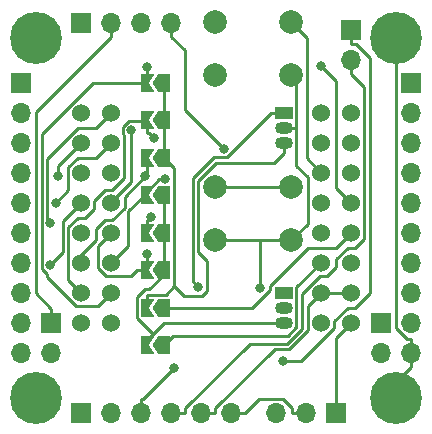
<source format=gbr>
%TF.GenerationSoftware,KiCad,Pcbnew,(6.0.7)*%
%TF.CreationDate,2022-09-26T10:55:09-05:00*%
%TF.ProjectId,OpenMuscle5,4f70656e-4d75-4736-936c-65352e6b6963,rev?*%
%TF.SameCoordinates,Original*%
%TF.FileFunction,Copper,L2,Bot*%
%TF.FilePolarity,Positive*%
%FSLAX46Y46*%
G04 Gerber Fmt 4.6, Leading zero omitted, Abs format (unit mm)*
G04 Created by KiCad (PCBNEW (6.0.7)) date 2022-09-26 10:55:09*
%MOMM*%
%LPD*%
G01*
G04 APERTURE LIST*
G04 Aperture macros list*
%AMFreePoly0*
4,1,6,1.000000,0.000000,0.500000,-0.750000,-0.500000,-0.750000,-0.500000,0.750000,0.500000,0.750000,1.000000,0.000000,1.000000,0.000000,$1*%
%AMFreePoly1*
4,1,6,0.500000,-0.750000,-0.650000,-0.750000,-0.150000,0.000000,-0.650000,0.750000,0.500000,0.750000,0.500000,-0.750000,0.500000,-0.750000,$1*%
G04 Aperture macros list end*
%TA.AperFunction,ComponentPad*%
%ADD10R,1.700000X1.700000*%
%TD*%
%TA.AperFunction,ComponentPad*%
%ADD11O,1.700000X1.700000*%
%TD*%
%TA.AperFunction,ComponentPad*%
%ADD12C,1.524000*%
%TD*%
%TA.AperFunction,ComponentPad*%
%ADD13C,2.000000*%
%TD*%
%TA.AperFunction,ComponentPad*%
%ADD14C,4.400000*%
%TD*%
%TA.AperFunction,ComponentPad*%
%ADD15R,1.500000X1.050000*%
%TD*%
%TA.AperFunction,ComponentPad*%
%ADD16O,1.500000X1.050000*%
%TD*%
%TA.AperFunction,SMDPad,CuDef*%
%ADD17FreePoly0,180.000000*%
%TD*%
%TA.AperFunction,SMDPad,CuDef*%
%ADD18FreePoly1,180.000000*%
%TD*%
%TA.AperFunction,ViaPad*%
%ADD19C,0.800000*%
%TD*%
%TA.AperFunction,Conductor*%
%ADD20C,0.250000*%
%TD*%
G04 APERTURE END LIST*
D10*
%TO.P,BT1,1,Pin_1*%
%TO.N,Net-(Ch1-Pad3)*%
X181610000Y-78105000D03*
D11*
%TO.P,BT1,2,Pin_2*%
%TO.N,Net-(Ch1-Pad4)*%
X181610000Y-80645000D03*
%TD*%
D10*
%TO.P,Ch1,1,VIN*%
%TO.N,unconnected-(Ch1-Pad1)*%
X158750000Y-110490000D03*
D11*
%TO.P,Ch1,2,IN-GND*%
%TO.N,unconnected-(Ch1-Pad2)*%
X161290000Y-110490000D03*
%TO.P,Ch1,3,BAT-GND*%
%TO.N,Net-(Ch1-Pad3)*%
X163830000Y-110490000D03*
%TO.P,Ch1,4,BAT+*%
%TO.N,Net-(Ch1-Pad4)*%
X166370000Y-110490000D03*
%TO.P,Ch1,5,OUT-GND*%
%TO.N,Net-(J1-Pad10)*%
X168910000Y-110490000D03*
%TO.P,Ch1,6,OUT-5V*%
%TO.N,Net-(Ch1-Pad6)*%
X171450000Y-110490000D03*
%TD*%
D10*
%TO.P,Five2,1,Pin_1*%
%TO.N,Net-(E1-Pad150)*%
X184150000Y-102870000D03*
D11*
%TO.P,Five2,2,Pin_2*%
%TO.N,Net-(Ch1-Pad6)*%
X184150000Y-105410000D03*
%TD*%
D10*
%TO.P,J1,1,ACD0*%
%TO.N,Net-(E1-Pad6)*%
X153670000Y-82550000D03*
D11*
%TO.P,J1,2,ADC1*%
%TO.N,Net-(E1-Pad5)*%
X153670000Y-85090000D03*
%TO.P,J1,3,Pin_3*%
%TO.N,Net-(E1-Pad4)*%
X153670000Y-87630000D03*
%TO.P,J1,4,Pin_4*%
%TO.N,Net-(E1-Pad3)*%
X153670000Y-90170000D03*
%TO.P,J1,5,Pin_5*%
%TO.N,Net-(E1-Pad2)*%
X153670000Y-92710000D03*
%TO.P,J1,6,Pin_6*%
%TO.N,Net-(E1-Pad1)*%
X153670000Y-95250000D03*
%TO.P,J1,7,Pin_7*%
%TO.N,Net-(E1-Pad7)*%
X153670000Y-97790000D03*
%TO.P,J1,8,Pin_8*%
%TO.N,Net-(E1-Pad14)*%
X153670000Y-100330000D03*
%TO.P,J1,9,Pin_9*%
%TO.N,Net-(E1-Pad133)*%
X153670000Y-102870000D03*
%TO.P,J1,10,Pin_10*%
%TO.N,Net-(J1-Pad10)*%
X153670000Y-105410000D03*
%TD*%
D12*
%TO.P,E1,0,EN*%
%TO.N,unconnected-(E1-Pad0)*%
X158750000Y-85090000D03*
%TO.P,E1,1,ADC1_0*%
%TO.N,Net-(E1-Pad1)*%
X161290000Y-85090000D03*
%TO.P,E1,2,ADC1_1*%
%TO.N,Net-(E1-Pad2)*%
X161290000Y-87630000D03*
%TO.P,E1,3,ADC1_2*%
%TO.N,Net-(E1-Pad3)*%
X158750000Y-87630000D03*
%TO.P,E1,4,ADC1_3*%
%TO.N,Net-(E1-Pad4)*%
X161290000Y-90170000D03*
%TO.P,E1,5,ADC1_4*%
%TO.N,Net-(E1-Pad5)*%
X158750000Y-90170000D03*
%TO.P,E1,6,ADC1_5*%
%TO.N,Net-(E1-Pad6)*%
X161290000Y-92710000D03*
%TO.P,E1,7,ADC1_6*%
%TO.N,Net-(E1-Pad7)*%
X158750000Y-92710000D03*
%TO.P,E1,8,ADC1_7*%
%TO.N,Net-(A6-Pad2)*%
X161290000Y-95250000D03*
%TO.P,E1,9,ADC1_8*%
%TO.N,Net-(A5-Pad2)*%
X158750000Y-95250000D03*
%TO.P,E1,10,ADC1_9*%
%TO.N,Net-(A4-Pad2)*%
X161290000Y-97790000D03*
%TO.P,E1,11,ADC2_0*%
%TO.N,Net-(A3-Pad2)*%
X158750000Y-97790000D03*
%TO.P,E1,12,ADC2_1*%
%TO.N,Net-(A2-Pad2)*%
X158750000Y-100330000D03*
%TO.P,E1,13,ADC2_2*%
%TO.N,Net-(A1-Pad2)*%
X161290000Y-100330000D03*
%TO.P,E1,14,ADC2_3*%
%TO.N,Net-(E1-Pad14)*%
X161290000Y-102870000D03*
%TO.P,E1,15,ADC2_4*%
%TO.N,Net-(E1-Pad15)*%
X179070000Y-102870000D03*
%TO.P,E1,16,ADC2_5*%
%TO.N,Net-(E1-Pad16)*%
X181610000Y-97790000D03*
%TO.P,E1,17,ADC2_6*%
%TO.N,Net-(E1-Pad17)*%
X179070000Y-97790000D03*
%TO.P,E1,18,ADC2_7*%
%TO.N,Net-(E1-Pad18)*%
X181610000Y-95250000D03*
%TO.P,E1,21,21*%
%TO.N,unconnected-(E1-Pad21)*%
X179070000Y-95250000D03*
%TO.P,E1,33,FSPI_HD_io4*%
%TO.N,Net-(E1-Pad33)*%
X181610000Y-92710000D03*
%TO.P,E1,34,FSPI_SCO_dqs*%
%TO.N,Net-(E1-Pad34)*%
X179070000Y-92710000D03*
%TO.P,E1,35,FSPI_D_io6*%
%TO.N,Net-(E1-Pad35)*%
X181610000Y-90170000D03*
%TO.P,E1,36,FSPI_CLK_io7*%
%TO.N,Net-(E1-Pad36)*%
X179070000Y-90170000D03*
%TO.P,E1,37,FSPI_Q*%
%TO.N,unconnected-(E1-Pad37)*%
X181610000Y-87630000D03*
%TO.P,E1,38,FSPI_WP*%
%TO.N,unconnected-(E1-Pad38)*%
X179070000Y-87630000D03*
%TO.P,E1,39,CLK3*%
%TO.N,unconnected-(E1-Pad39)*%
X181610000Y-85090000D03*
%TO.P,E1,40,CLK2*%
%TO.N,unconnected-(E1-Pad40)*%
X179070000Y-85090000D03*
%TO.P,E1,129,GND*%
%TO.N,Net-(J1-Pad10)*%
X179070000Y-100330000D03*
%TO.P,E1,130,GND*%
X181610000Y-100330000D03*
%TO.P,E1,133,3.3V*%
%TO.N,Net-(E1-Pad133)*%
X158750000Y-102870000D03*
%TO.P,E1,150,VBUS*%
%TO.N,Net-(E1-Pad150)*%
X181610000Y-102870000D03*
%TD*%
D13*
%TO.P,SW3,1,1*%
%TO.N,Net-(E1-Pad35)*%
X170030000Y-91385000D03*
X176530000Y-91385000D03*
%TO.P,SW3,2,2*%
%TO.N,Net-(J1-Pad10)*%
X176530000Y-95885000D03*
X170030000Y-95885000D03*
%TD*%
D10*
%TO.P,Five1,1,Pin_1*%
%TO.N,Net-(E1-Pad150)*%
X156210000Y-102870000D03*
D11*
%TO.P,Five1,2,Pin_2*%
%TO.N,Net-(Ch1-Pad6)*%
X156210000Y-105410000D03*
%TD*%
D14*
%TO.P,H3,1,1*%
%TO.N,Net-(J1-Pad10)*%
X154940000Y-109220000D03*
%TD*%
D10*
%TO.P,S1,1,GND*%
%TO.N,Net-(J1-Pad10)*%
X158750000Y-77470000D03*
D11*
%TO.P,S1,2,VCC*%
%TO.N,Net-(E1-Pad150)*%
X161290000Y-77470000D03*
%TO.P,S1,3,SCL*%
%TO.N,Net-(E1-Pad33)*%
X163830000Y-77470000D03*
%TO.P,S1,4,SDA*%
%TO.N,Net-(E1-Pad34)*%
X166370000Y-77470000D03*
%TD*%
D14*
%TO.P,H4,1,1*%
%TO.N,Net-(J1-Pad10)*%
X185420000Y-109220000D03*
%TD*%
%TO.P,H2,1,1*%
%TO.N,Net-(J1-Pad10)*%
X185420000Y-78740000D03*
%TD*%
%TO.P,H1,1,1*%
%TO.N,Net-(J1-Pad10)*%
X154940000Y-78740000D03*
%TD*%
D10*
%TO.P,J2,1,ACD0*%
%TO.N,Net-(A1-Pad2)*%
X186690000Y-82550000D03*
D11*
%TO.P,J2,2,ADC1*%
%TO.N,Net-(A2-Pad2)*%
X186690000Y-85090000D03*
%TO.P,J2,3,Pin_3*%
%TO.N,Net-(A3-Pad2)*%
X186690000Y-87630000D03*
%TO.P,J2,4,Pin_4*%
%TO.N,Net-(A4-Pad2)*%
X186690000Y-90170000D03*
%TO.P,J2,5,Pin_5*%
%TO.N,Net-(A5-Pad2)*%
X186690000Y-92710000D03*
%TO.P,J2,6,Pin_6*%
%TO.N,Net-(A6-Pad2)*%
X186690000Y-95250000D03*
%TO.P,J2,7,Pin_7*%
%TO.N,Net-(E1-Pad16)*%
X186690000Y-97790000D03*
%TO.P,J2,8,Pin_8*%
%TO.N,Net-(E1-Pad15)*%
X186690000Y-100330000D03*
%TO.P,J2,9,Pin_9*%
%TO.N,Net-(E1-Pad133)*%
X186690000Y-102870000D03*
%TO.P,J2,10,Pin_10*%
%TO.N,Net-(J1-Pad10)*%
X186690000Y-105410000D03*
%TD*%
D10*
%TO.P,SW1,1,A*%
%TO.N,Net-(E1-Pad150)*%
X180340000Y-110490000D03*
D11*
%TO.P,SW1,2,B*%
%TO.N,Net-(Ch1-Pad6)*%
X177800000Y-110490000D03*
%TO.P,SW1,3*%
%TO.N,N/C*%
X175260000Y-110490000D03*
%TD*%
D13*
%TO.P,SW2,1,1*%
%TO.N,Net-(E1-Pad36)*%
X170030000Y-77415000D03*
X176530000Y-77415000D03*
%TO.P,SW2,2,2*%
%TO.N,Net-(J1-Pad10)*%
X170030000Y-81915000D03*
X176530000Y-81915000D03*
%TD*%
D15*
%TO.P,U2,1,VCC*%
%TO.N,Net-(E1-Pad133)*%
X175895000Y-100330000D03*
D16*
%TO.P,U2,2,GND*%
%TO.N,Net-(J1-Pad10)*%
X175895000Y-101600000D03*
%TO.P,U2,3,OUT*%
%TO.N,Net-(A4-Pad1)*%
X175895000Y-102870000D03*
%TD*%
D17*
%TO.P,JP1,1,A*%
%TO.N,Net-(E1-Pad18)*%
X165735000Y-101600000D03*
D18*
%TO.P,JP1,2,B*%
%TO.N,Net-(A1-Pad1)*%
X164285000Y-101600000D03*
%TD*%
D17*
%TO.P,JP2,1,A*%
%TO.N,Net-(E1-Pad17)*%
X165735000Y-104775000D03*
D18*
%TO.P,JP2,2,B*%
%TO.N,Net-(A4-Pad1)*%
X164285000Y-104775000D03*
%TD*%
D17*
%TO.P,A5,1,A*%
%TO.N,Net-(A4-Pad1)*%
X165735000Y-95250000D03*
D18*
%TO.P,A5,2,B*%
%TO.N,Net-(A5-Pad2)*%
X164285000Y-95250000D03*
%TD*%
D17*
%TO.P,A4,1,A*%
%TO.N,Net-(A4-Pad1)*%
X165735000Y-92075000D03*
D18*
%TO.P,A4,2,B*%
%TO.N,Net-(A4-Pad2)*%
X164285000Y-92075000D03*
%TD*%
D15*
%TO.P,U1,1,VCC*%
%TO.N,Net-(E1-Pad133)*%
X175895000Y-85090000D03*
D16*
%TO.P,U1,2,GND*%
%TO.N,Net-(J1-Pad10)*%
X175895000Y-86360000D03*
%TO.P,U1,3,OUT*%
%TO.N,Net-(A1-Pad1)*%
X175895000Y-87630000D03*
%TD*%
D17*
%TO.P,A2,1,A*%
%TO.N,Net-(A1-Pad1)*%
X165735000Y-85725000D03*
D18*
%TO.P,A2,2,B*%
%TO.N,Net-(A2-Pad2)*%
X164285000Y-85725000D03*
%TD*%
D17*
%TO.P,A3,1,A*%
%TO.N,Net-(A1-Pad1)*%
X165735000Y-88900000D03*
D18*
%TO.P,A3,2,B*%
%TO.N,Net-(A3-Pad2)*%
X164285000Y-88900000D03*
%TD*%
D17*
%TO.P,A6,1,A*%
%TO.N,Net-(A4-Pad1)*%
X165735000Y-98425000D03*
D18*
%TO.P,A6,2,B*%
%TO.N,Net-(A6-Pad2)*%
X164285000Y-98425000D03*
%TD*%
D17*
%TO.P,A1,1,A*%
%TO.N,Net-(A1-Pad1)*%
X165735000Y-82550000D03*
D18*
%TO.P,A1,2,B*%
%TO.N,Net-(A1-Pad2)*%
X164285000Y-82550000D03*
%TD*%
D19*
%TO.N,Net-(E1-Pad133)*%
X168651900Y-99825900D03*
%TO.N,Net-(A1-Pad2)*%
X164285000Y-81183900D03*
%TO.N,Net-(A2-Pad2)*%
X164919300Y-87251500D03*
%TO.N,Net-(A3-Pad2)*%
X164134200Y-90487500D03*
%TO.N,Net-(A4-Pad2)*%
X165866700Y-90704500D03*
%TO.N,Net-(A5-Pad2)*%
X164641300Y-93896000D03*
%TO.N,Net-(A6-Pad2)*%
X164285000Y-97069600D03*
%TO.N,Net-(Ch1-Pad3)*%
X175793500Y-106083900D03*
X166564300Y-106705800D03*
%TO.N,Net-(E1-Pad1)*%
X156117700Y-94459100D03*
%TO.N,Net-(E1-Pad2)*%
X156597100Y-92710000D03*
%TO.N,Net-(E1-Pad3)*%
X156744500Y-90454100D03*
%TO.N,Net-(E1-Pad6)*%
X162983400Y-86582600D03*
%TO.N,Net-(E1-Pad7)*%
X156117700Y-98017800D03*
%TO.N,Net-(E1-Pad33)*%
X179049200Y-81158500D03*
%TO.N,Net-(E1-Pad34)*%
X170805100Y-88145200D03*
%TO.N,Net-(J1-Pad10)*%
X173849600Y-99922200D03*
%TD*%
D20*
%TO.N,Net-(E1-Pad133)*%
X169993500Y-88870500D02*
X171105600Y-88870500D01*
X168201600Y-99375600D02*
X168201600Y-90662400D01*
X168651900Y-99825900D02*
X168201600Y-99375600D01*
X168201600Y-90662400D02*
X169993500Y-88870500D01*
X174819700Y-85156400D02*
X174819700Y-85090000D01*
X175895000Y-85090000D02*
X174819700Y-85090000D01*
X171105600Y-88870500D02*
X174819700Y-85156400D01*
%TO.N,Net-(A1-Pad2)*%
X159713100Y-82550000D02*
X155386600Y-86876500D01*
X155836900Y-98762600D02*
X155836900Y-99012200D01*
X155836900Y-99012200D02*
X158265900Y-101441200D01*
X155836800Y-98762600D02*
X155836900Y-98762600D01*
X155386600Y-98312400D02*
X155836800Y-98762600D01*
X164285000Y-82550000D02*
X164285000Y-81183900D01*
X158265900Y-101441200D02*
X160178800Y-101441200D01*
X164285000Y-82550000D02*
X159713100Y-82550000D01*
X160178800Y-101441200D02*
X161290000Y-100330000D01*
X155386600Y-86876500D02*
X155386600Y-98312400D01*
%TO.N,Net-(A1-Pad1)*%
X175895000Y-87630000D02*
X175895000Y-88480300D01*
X164285000Y-100524700D02*
X165888500Y-100524700D01*
X168651900Y-90849000D02*
X170180100Y-89320800D01*
X170180100Y-89320800D02*
X175054500Y-89320800D01*
X169409400Y-100151200D02*
X169409400Y-97673200D01*
X168651900Y-96915700D02*
X168651900Y-90849000D01*
X169409400Y-97673200D02*
X168651900Y-96915700D01*
X166639100Y-89804100D02*
X165735000Y-88900000D01*
X175054500Y-89320800D02*
X175895000Y-88480300D01*
X165735000Y-88900000D02*
X165735000Y-85725000D01*
X165888500Y-100524700D02*
X166639100Y-99774100D01*
X167440100Y-100575100D02*
X168985500Y-100575100D01*
X165735000Y-82550000D02*
X165735000Y-85725000D01*
X164285000Y-101600000D02*
X164285000Y-100524700D01*
X168985500Y-100575100D02*
X169409400Y-100151200D01*
X166639100Y-99774100D02*
X166639100Y-89804100D01*
X166639100Y-99774100D02*
X167440100Y-100575100D01*
%TO.N,Net-(A4-Pad1)*%
X175895000Y-102870000D02*
X174819700Y-102870000D01*
X163435800Y-102505400D02*
X163435800Y-100729200D01*
X165735000Y-98425000D02*
X165735000Y-95250000D01*
X164285000Y-104775000D02*
X164285000Y-104362400D01*
X165735000Y-98836200D02*
X165735000Y-98425000D01*
X164112500Y-100052500D02*
X164518700Y-100052500D01*
X165735000Y-95250000D02*
X165735000Y-92075000D01*
X164518700Y-100052500D02*
X165735000Y-98836200D01*
X163435800Y-100729200D02*
X164112500Y-100052500D01*
X164285000Y-104362400D02*
X164788900Y-103858500D01*
X164788900Y-103858500D02*
X165777400Y-102870000D01*
X164788900Y-103858500D02*
X163435800Y-102505400D01*
X165777400Y-102870000D02*
X174819700Y-102870000D01*
%TO.N,Net-(A2-Pad2)*%
X157661500Y-94797400D02*
X157661500Y-99241500D01*
X164285000Y-85754200D02*
X162786000Y-85754200D01*
X164468100Y-86800300D02*
X164919300Y-87251500D01*
X157661500Y-99241500D02*
X158750000Y-100330000D01*
X162258100Y-86883000D02*
X162377500Y-87002400D01*
X159837400Y-92560300D02*
X159837400Y-93224900D01*
X158478900Y-93980000D02*
X157661500Y-94797400D01*
X160775100Y-91622600D02*
X159837400Y-92560300D01*
X159837400Y-93224900D02*
X159082300Y-93980000D01*
X162377500Y-90625400D02*
X161380300Y-91622600D01*
X164285000Y-85754200D02*
X164285000Y-86800300D01*
X159082300Y-93980000D02*
X158478900Y-93980000D01*
X162786000Y-85754200D02*
X162258100Y-86282100D01*
X162377500Y-87002400D02*
X162377500Y-90625400D01*
X161380300Y-91622600D02*
X160775100Y-91622600D01*
X162258100Y-86282100D02*
X162258100Y-86883000D01*
X164285000Y-85725000D02*
X164285000Y-85754200D01*
X164285000Y-86800300D02*
X164468100Y-86800300D01*
%TO.N,Net-(A3-Pad2)*%
X160020000Y-95866800D02*
X160020000Y-94917700D01*
X162415200Y-93122700D02*
X162415200Y-92206500D01*
X164285000Y-88900000D02*
X164285000Y-89975300D01*
X162415200Y-92206500D02*
X164134200Y-90487500D01*
X161375300Y-94162600D02*
X162415200Y-93122700D01*
X164285000Y-89975300D02*
X164285000Y-90336700D01*
X158750000Y-97790000D02*
X158750000Y-97136800D01*
X164285000Y-90336700D02*
X164134200Y-90487500D01*
X160020000Y-94917700D02*
X160775100Y-94162600D01*
X160775100Y-94162600D02*
X161375300Y-94162600D01*
X158750000Y-97136800D02*
X160020000Y-95866800D01*
%TO.N,Net-(A4-Pad2)*%
X165362900Y-90704500D02*
X165866700Y-90704500D01*
X162742600Y-96337400D02*
X161290000Y-97790000D01*
X162742600Y-93437900D02*
X162742600Y-96337400D01*
X164285000Y-91860700D02*
X164285000Y-91895500D01*
X164285000Y-91860700D02*
X164285000Y-91782400D01*
X164285000Y-91860700D02*
X164285000Y-92075000D01*
X164285000Y-91782400D02*
X165362900Y-90704500D01*
X164285000Y-91895500D02*
X162742600Y-93437900D01*
%TO.N,Net-(A5-Pad2)*%
X164285000Y-94174700D02*
X164362600Y-94174700D01*
X164362600Y-94174700D02*
X164641300Y-93896000D01*
X164285000Y-95250000D02*
X164285000Y-94174700D01*
%TO.N,Net-(A6-Pad2)*%
X160177300Y-98257300D02*
X160177300Y-96362700D01*
X160815200Y-98895200D02*
X160177300Y-98257300D01*
X163459700Y-98425000D02*
X162989500Y-98895200D01*
X164285000Y-97349700D02*
X164285000Y-97069600D01*
X163872400Y-98425000D02*
X163459700Y-98425000D01*
X160177300Y-96362700D02*
X161290000Y-95250000D01*
X164285000Y-98425000D02*
X163872400Y-98425000D01*
X164285000Y-98425000D02*
X164285000Y-97349700D01*
X162989500Y-98895200D02*
X160815200Y-98895200D01*
%TO.N,Net-(Ch1-Pad3)*%
X175793500Y-106083900D02*
X177394000Y-106083900D01*
X181930100Y-101600000D02*
X183183400Y-100346700D01*
X181333200Y-101600000D02*
X181930100Y-101600000D01*
X180180700Y-102752500D02*
X181333200Y-101600000D01*
X163830000Y-110490000D02*
X163830000Y-109314700D01*
X181991400Y-79280300D02*
X181610000Y-79280300D01*
X180180700Y-103297200D02*
X180180700Y-102752500D01*
X183183400Y-80472300D02*
X181991400Y-79280300D01*
X183183400Y-100346700D02*
X183183400Y-80472300D01*
X163955400Y-109314700D02*
X166564300Y-106705800D01*
X181610000Y-78105000D02*
X181610000Y-79280300D01*
X163830000Y-109314700D02*
X163955400Y-109314700D01*
X177394000Y-106083900D02*
X180180700Y-103297200D01*
%TO.N,Net-(Ch1-Pad4)*%
X181610000Y-81820300D02*
X182698200Y-82908500D01*
X181934400Y-96520000D02*
X181340900Y-96520000D01*
X176187400Y-104643700D02*
X173024200Y-104643700D01*
X179584900Y-98877400D02*
X178952600Y-98877400D01*
X182698200Y-82908500D02*
X182698200Y-95756200D01*
X181340900Y-96520000D02*
X180340000Y-97520900D01*
X182698200Y-95756200D02*
X181934400Y-96520000D01*
X180340000Y-97520900D02*
X180340000Y-98122300D01*
X177420800Y-100409200D02*
X177420800Y-103410300D01*
X166370000Y-110490000D02*
X167545300Y-110490000D01*
X167545300Y-110122600D02*
X167545300Y-110490000D01*
X178952600Y-98877400D02*
X177420800Y-100409200D01*
X177420800Y-103410300D02*
X176187400Y-104643700D01*
X181610000Y-80645000D02*
X181610000Y-81820300D01*
X180340000Y-98122300D02*
X179584900Y-98877400D01*
X173024200Y-104643700D02*
X167545300Y-110122600D01*
%TO.N,Net-(E1-Pad1)*%
X160020000Y-86360000D02*
X158450700Y-86360000D01*
X158450700Y-86360000D02*
X155836900Y-88973800D01*
X161290000Y-85090000D02*
X160020000Y-86360000D01*
X155836900Y-94178300D02*
X156117700Y-94459100D01*
X155836900Y-88973800D02*
X155836900Y-94178300D01*
%TO.N,Net-(E1-Pad2)*%
X157654700Y-89695300D02*
X157654700Y-91652400D01*
X157654700Y-91652400D02*
X156597100Y-92710000D01*
X161290000Y-87630000D02*
X160020000Y-88900000D01*
X160020000Y-88900000D02*
X158450000Y-88900000D01*
X158450000Y-88900000D02*
X157654700Y-89695300D01*
%TO.N,Net-(E1-Pad3)*%
X158750000Y-87630000D02*
X156744500Y-89635500D01*
X156744500Y-89635500D02*
X156744500Y-90454100D01*
%TO.N,Net-(E1-Pad6)*%
X161290000Y-92710000D02*
X161290000Y-92694800D01*
X161290000Y-92694800D02*
X162983400Y-91001400D01*
X162983400Y-91001400D02*
X162983400Y-86582600D01*
%TO.N,Net-(E1-Pad7)*%
X157211100Y-96924400D02*
X156117700Y-98017800D01*
X158750000Y-92710000D02*
X157211100Y-94248900D01*
X157211100Y-94248900D02*
X157211100Y-96924400D01*
%TO.N,Net-(E1-Pad17)*%
X166541700Y-103968300D02*
X165735000Y-104775000D01*
X176970400Y-99889600D02*
X176970400Y-103222300D01*
X176970400Y-103222300D02*
X176224400Y-103968300D01*
X176224400Y-103968300D02*
X166541700Y-103968300D01*
X179070000Y-97790000D02*
X176970400Y-99889600D01*
%TO.N,Net-(E1-Pad18)*%
X165735000Y-101600000D02*
X173227800Y-101600000D01*
X174724900Y-100102900D02*
X174724900Y-99743600D01*
X177948500Y-96520000D02*
X180340000Y-96520000D01*
X174724900Y-99743600D02*
X177948500Y-96520000D01*
X173227800Y-101600000D02*
X174724900Y-100102900D01*
X180340000Y-96520000D02*
X181610000Y-95250000D01*
%TO.N,Net-(E1-Pad33)*%
X180340000Y-91440000D02*
X181610000Y-92710000D01*
X179049200Y-81158500D02*
X180340000Y-82449300D01*
X180340000Y-82449300D02*
X180340000Y-91440000D01*
%TO.N,Net-(E1-Pad34)*%
X166370000Y-77470000D02*
X166370000Y-78645300D01*
X166370000Y-78645300D02*
X167545300Y-79820600D01*
X167545300Y-79820600D02*
X167545300Y-84885400D01*
X167545300Y-84885400D02*
X170805100Y-88145200D01*
%TO.N,Net-(J1-Pad10)*%
X186322700Y-104234700D02*
X186690000Y-104234700D01*
X186690000Y-105410000D02*
X186690000Y-106585300D01*
X179070000Y-100330000D02*
X177982600Y-101417400D01*
X176970300Y-86360000D02*
X176970300Y-82355300D01*
X170030000Y-95885000D02*
X173849600Y-95885000D01*
X177910900Y-90561300D02*
X176970300Y-89620700D01*
X175113900Y-105094100D02*
X170085300Y-110122700D01*
X173849600Y-95885000D02*
X176530000Y-95885000D01*
X176970300Y-89620700D02*
X176970300Y-86360000D01*
X185420000Y-103332000D02*
X186322700Y-104234700D01*
X170085300Y-110122700D02*
X170085300Y-110490000D01*
X176530000Y-95885000D02*
X177910900Y-94504100D01*
X186690000Y-106585300D02*
X185420000Y-107855300D01*
X173849600Y-95885000D02*
X173849600Y-99922200D01*
X176970300Y-82355300D02*
X176530000Y-81915000D01*
X181610000Y-100330000D02*
X179070000Y-100330000D01*
X168910000Y-110490000D02*
X170085300Y-110490000D01*
X186690000Y-105410000D02*
X186690000Y-104234700D01*
X177982600Y-103485400D02*
X176373900Y-105094100D01*
X177910900Y-94504100D02*
X177910900Y-90561300D01*
X177982600Y-101417400D02*
X177982600Y-103485400D01*
X175895000Y-86360000D02*
X176970300Y-86360000D01*
X185420000Y-78740000D02*
X185420000Y-103332000D01*
X176373900Y-105094100D02*
X175113900Y-105094100D01*
X185420000Y-107855300D02*
X185420000Y-109220000D01*
%TO.N,Net-(Ch1-Pad6)*%
X175816700Y-109314700D02*
X173800600Y-109314700D01*
X171450000Y-110490000D02*
X172625300Y-110490000D01*
X173800600Y-109314700D02*
X172625300Y-110490000D01*
X176624700Y-110490000D02*
X176624700Y-110122700D01*
X176624700Y-110122700D02*
X175816700Y-109314700D01*
X177800000Y-110490000D02*
X176624700Y-110490000D01*
%TO.N,Net-(E1-Pad150)*%
X154909100Y-100393800D02*
X154909100Y-85026200D01*
X156210000Y-102870000D02*
X156210000Y-101694700D01*
X156210000Y-101694700D02*
X154909100Y-100393800D01*
X154909100Y-85026200D02*
X161290000Y-78645300D01*
X180340000Y-110490000D02*
X180340000Y-104140000D01*
X161290000Y-77470000D02*
X161290000Y-78645300D01*
X180340000Y-104140000D02*
X181610000Y-102870000D01*
%TO.N,Net-(E1-Pad35)*%
X170030000Y-91385000D02*
X176530000Y-91385000D01*
%TO.N,Net-(E1-Pad36)*%
X176530000Y-77415000D02*
X177859600Y-78744600D01*
X177859600Y-78744600D02*
X177859600Y-88959600D01*
X177859600Y-88959600D02*
X179070000Y-90170000D01*
%TD*%
M02*

</source>
